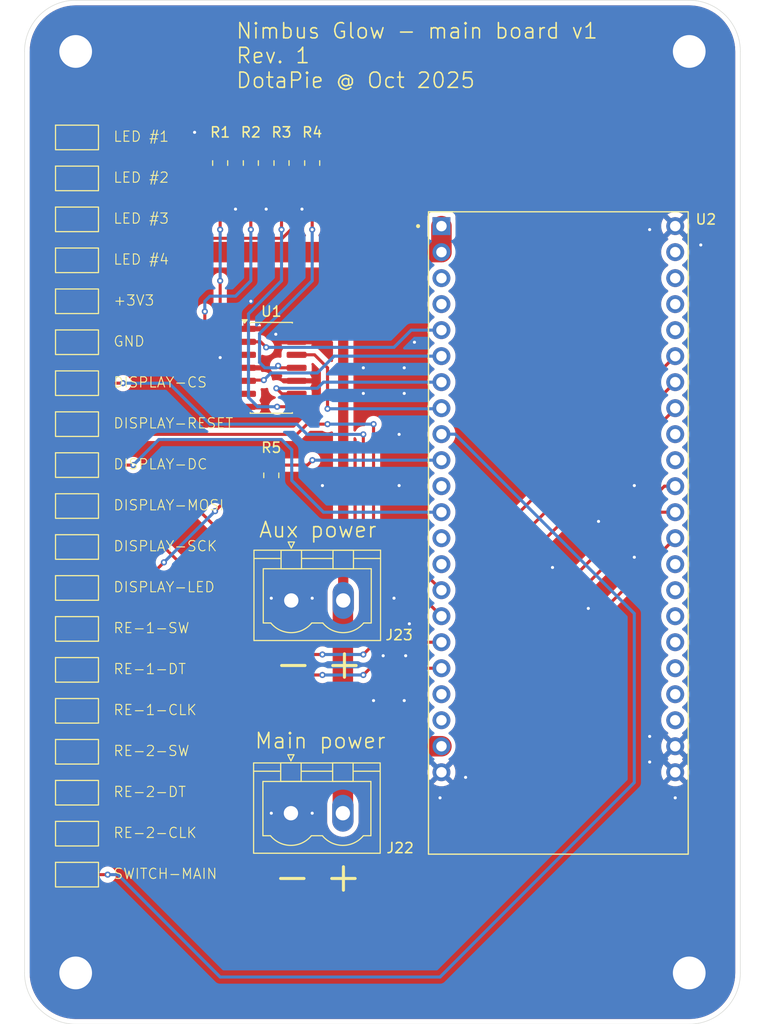
<source format=kicad_pcb>
(kicad_pcb (version 20241229) (generator "pcbnew") (generator_version "9.0")
  (title_block (title "Nimbus Glow - main board v1") (date "2025-10-24") (rev "1") (company "DotaPie"))
  (layers (0 "F.Cu" signal) (2 "B.Cu" signal) (13 "F.Paste" user) (15 "B.Paste" user) (5 "F.SilkS" user "F.Silkscreen") (7 "B.SilkS" user "B.Silkscreen") (1 "F.Mask" user) (3 "B.Mask" user) (25 "Edge.Cuts" user))
  (net 0 "")
  (net 1 "SWITCH-MAIN")
  (net 2 "GND")
  (net 3 "DISPLAY-DC")
  (net 4 "DISPLAY-SCK")
  (net 6 "+3V3")
  (net 8 "DISPLAY-LED")
  (net 12 "LED-SIGNAL-PREAMP-1")
  (net 13 "LED-SIGNAL-PREAMP-2")
  (net 14 "DISPLAY-CS")
  (net 15 "LED-SIGNAL-PREAMP-3")
  (net 16 "LED-SIGNAL-PREAMP-4")
  (net 18 "DISPLAY-MOSI")
  (net 20 "DISPLAY-RESET")
  (net 21 "+5V")
  (net 23 "RE-1-SW")
  (net 25 "RE-1-CLK")
  (net 26 "RE-2-CLK")
  (net 32 "RE-2-SW")
  (net 35 "RE-2-DT")
  (net 36 "RE-1-DT")
  (net 41 "Net-(J3-Pin_1)")
  (net 42 "Net-(J4-Pin_1)")
  (net 43 "Net-(J5-Pin_1)")
  (net 44 "Net-(J6-Pin_1)")
  (net 45 "LED-SIGNAL-POSTAMP-1")
  (net 46 "LED-SIGNAL-POSTAMP-2")
  (net 47 "LED-SIGNAL-POSTAMP-3")
  (net 48 "LED-SIGNAL-POSTAMP-4")
  (footprint "Resistor_SMD:R_0805_2012Metric_Pad1.20x1.40mm_HandSolder" (layer "F.Cu") (at 132.36 64.38 90)
    (property "Reference" "R2" (at 3 0 0) (layer "F.SilkS"))
    (property "Value" "470R")
    (pad "1" smd roundrect (at -1 0 90) (size 1.2 1.4) (layers "F.Cu" "F.Mask" "F.Paste") (roundrect_rratio 0.208333) (net 46 "LED-SIGNAL-POSTAMP-2"))
    (pad "2" smd roundrect (at 1 0 90) (size 1.2 1.4) (layers "F.Cu" "F.Mask" "F.Paste") (roundrect_rratio 0.208333) (net 42 "Net-(J4-Pin_1)"))
  )
  (footprint "TestPoint:TestPoint_Keystone_5019_Miniature" (layer "F.Cu") (at 115.36 81.88)
    (property "Reference" "J8" (hide yes))
    (property "Value" "Conn_01x01_Socket")
    (pad "1" smd roundrect (at 0 0) (size 3.8 2) (layers "F.Cu" "F.Mask" "F.Paste") (roundrect_rratio 0.125) (net 2 "GND"))
  )
  (footprint "TestPoint:TestPoint_Keystone_5019_Miniature" (layer "F.Cu") (at 115.36 89.88)
    (property "Reference" "J10" (hide yes))
    (property "Value" "Conn_01x01_Socket")
    (pad "1" smd roundrect (at 0 0) (size 3.8 2) (layers "F.Cu" "F.Mask" "F.Paste") (roundrect_rratio 0.125) (net 20 "DISPLAY-RESET"))
  )
  (footprint "TestPoint:TestPoint_Keystone_5019_Miniature" (layer "F.Cu") (at 115.36 105.88)
    (property "Reference" "J14" (hide yes))
    (property "Value" "Conn_01x01_Socket")
    (pad "1" smd roundrect (at 0 0) (size 3.8 2) (layers "F.Cu" "F.Mask" "F.Paste") (roundrect_rratio 0.125) (net 8 "DISPLAY-LED"))
  )
  (footprint "TestPoint:TestPoint_Keystone_5019_Miniature" (layer "F.Cu") (at 115.36 61.88)
    (property "Reference" "J3" (hide yes))
    (property "Value" "Conn_01x01_Socket")
    (pad "1" smd roundrect (at 0 0) (size 3.8 2) (layers "F.Cu" "F.Mask" "F.Paste") (roundrect_rratio 0.125) (net 41 "Net-(J3-Pin_1)"))
  )
  (footprint "TestPoint:TestPoint_Keystone_5019_Miniature" (layer "F.Cu") (at 115.36 121.88)
    (property "Reference" "J18" (hide yes))
    (property "Value" "Conn_01x01_Socket")
    (pad "1" smd roundrect (at 0 0) (size 3.8 2) (layers "F.Cu" "F.Mask" "F.Paste") (roundrect_rratio 0.125) (net 32 "RE-2-SW"))
  )
  (footprint "Package_SO:SO-14_3.9x8.65mm_P1.27mm" (layer "F.Cu") (at 134.36 84.38)
    (property "Reference" "U1" (at 0 -5.5 0) (layer "F.SilkS"))
    (property "Value" "SN74HCT125N")
    (pad "1" smd roundrect (at -2.475 -3.81) (size 1.95 0.6) (layers "F.Cu" "F.Mask" "F.Paste") (net 2 "GND"))
    (pad "2" smd roundrect (at -2.475 -2.54) (size 1.95 0.6) (layers "F.Cu" "F.Mask" "F.Paste") (net 12 "LED-SIGNAL-PREAMP-1"))
    (pad "3" smd roundrect (at -2.475 -1.27) (size 1.95 0.6) (layers "F.Cu" "F.Mask" "F.Paste") (net 45 "LED-SIGNAL-POSTAMP-1"))
    (pad "4" smd roundrect (at -2.475 0) (size 1.95 0.6) (layers "F.Cu" "F.Mask" "F.Paste") (net 2 "GND"))
    (pad "5" smd roundrect (at -2.475 1.27) (size 1.95 0.6) (layers "F.Cu" "F.Mask" "F.Paste") (net 13 "LED-SIGNAL-PREAMP-2"))
    (pad "6" smd roundrect (at -2.475 2.54) (size 1.95 0.6) (layers "F.Cu" "F.Mask" "F.Paste") (net 46 "LED-SIGNAL-POSTAMP-2"))
    (pad "7" smd roundrect (at -2.475 3.81) (size 1.95 0.6) (layers "F.Cu" "F.Mask" "F.Paste") (net 2 "GND"))
    (pad "8" smd roundrect (at 2.475 3.81) (size 1.95 0.6) (layers "F.Cu" "F.Mask" "F.Paste") (net 47 "LED-SIGNAL-POSTAMP-3"))
    (pad "9" smd roundrect (at 2.475 2.54) (size 1.95 0.6) (layers "F.Cu" "F.Mask" "F.Paste") (net 15 "LED-SIGNAL-PREAMP-3"))
    (pad "10" smd roundrect (at 2.475 1.27) (size 1.95 0.6) (layers "F.Cu" "F.Mask" "F.Paste") (net 2 "GND"))
    (pad "11" smd roundrect (at 2.475 0) (size 1.95 0.6) (layers "F.Cu" "F.Mask" "F.Paste") (net 48 "LED-SIGNAL-POSTAMP-4"))
    (pad "12" smd roundrect (at 2.475 -1.27) (size 1.95 0.6) (layers "F.Cu" "F.Mask" "F.Paste") (net 16 "LED-SIGNAL-PREAMP-4"))
    (pad "13" smd roundrect (at 2.475 -2.54) (size 1.95 0.6) (layers "F.Cu" "F.Mask" "F.Paste") (net 2 "GND"))
    (pad "14" smd roundrect (at 2.475 -3.81) (size 1.95 0.6) (layers "F.Cu" "F.Mask" "F.Paste") (net 21 "+5V"))
  )
  (footprint "MountingHole:MountingHole_3.2mm_M3_Pad_TopBottom" (layer "F.Cu") (at 115.23 143.48)
    (property "Reference" "H4" (hide yes))
    (property "Value" "MountingHole_Pad")
    (pad "1" thru_hole circle (at 0 0) (size 3.6 3.6) (drill 3.2) (layers "*.Cu" "*.Mask") (net 2 "GND"))
    (pad "1" connect circle (at 0 0) (size 6.4 6.4) (layers "F.Cu" "F.Mask") (net 2 "GND"))
    (pad "1" connect circle (at 0 0) (size 6.4 6.4) (layers "B.Cu" "B.Mask") (net 2 "GND"))
  )
  (footprint "TestPoint:TestPoint_Keystone_5019_Miniature" (layer "F.Cu") (at 115.36 101.88)
    (property "Reference" "J13" (hide yes))
    (property "Value" "Conn_01x01_Socket")
    (pad "1" smd roundrect (at 0 0) (size 3.8 2) (layers "F.Cu" "F.Mask" "F.Paste") (roundrect_rratio 0.125) (net 4 "DISPLAY-SCK"))
  )
  (footprint "TestPoint:TestPoint_Keystone_5019_Miniature" (layer "F.Cu") (at 115.36 73.88)
    (property "Reference" "J6" (hide yes))
    (property "Value" "Conn_01x01_Socket")
    (pad "1" smd roundrect (at 0 0) (size 3.8 2) (layers "F.Cu" "F.Mask" "F.Paste") (roundrect_rratio 0.125) (net 44 "Net-(J6-Pin_1)"))
  )
  (footprint "TestPoint:TestPoint_Keystone_5019_Miniature" (layer "F.Cu") (at 115.36 77.88)
    (property "Reference" "J7" (hide yes))
    (property "Value" "Conn_01x01_Socket")
    (pad "1" smd roundrect (at 0 0) (size 3.8 2) (layers "F.Cu" "F.Mask" "F.Paste") (roundrect_rratio 0.125) (net 6 "+3V3"))
  )
  (footprint "TestPoint:TestPoint_Keystone_5019_Miniature" (layer "F.Cu") (at 115.36 117.88)
    (property "Reference" "J17" (hide yes))
    (property "Value" "Conn_01x01_Socket")
    (pad "1" smd roundrect (at 0 0) (size 3.8 2) (layers "F.Cu" "F.Mask" "F.Paste") (roundrect_rratio 0.125) (net 25 "RE-1-CLK"))
  )
  (footprint "MountingHole:MountingHole_3.2mm_M3_Pad_TopBottom" (layer "F.Cu") (at 175.23 143.48)
    (property "Reference" "H3" (hide yes))
    (property "Value" "MountingHole_Pad")
    (pad "1" thru_hole circle (at 0 0) (size 3.6 3.6) (drill 3.2) (layers "*.Cu" "*.Mask") (net 2 "GND"))
    (pad "1" connect circle (at 0 0) (size 6.4 6.4) (layers "F.Cu" "F.Mask") (net 2 "GND"))
    (pad "1" connect circle (at 0 0) (size 6.4 6.4) (layers "B.Cu" "B.Mask") (net 2 "GND"))
  )
  (footprint "Resistor_SMD:R_0805_2012Metric_Pad1.20x1.40mm_HandSolder" (layer "F.Cu") (at 135.36 64.38 90)
    (property "Reference" "R3" (at 3 0 180) (layer "F.SilkS"))
    (property "Value" "470R")
    (pad "1" smd roundrect (at -1 0 90) (size 1.2 1.4) (layers "F.Cu" "F.Mask" "F.Paste") (roundrect_rratio 0.208333) (net 47 "LED-SIGNAL-POSTAMP-3"))
    (pad "2" smd roundrect (at 1 0 90) (size 1.2 1.4) (layers "F.Cu" "F.Mask" "F.Paste") (roundrect_rratio 0.208333) (net 43 "Net-(J5-Pin_1)"))
  )
  (footprint "TestPoint:TestPoint_Keystone_5019_Miniature" (layer "F.Cu") (at 115.36 69.88)
    (property "Reference" "J5" (hide yes))
    (property "Value" "Conn_01x01_Socket")
    (pad "1" smd roundrect (at 0 0) (size 3.8 2) (layers "F.Cu" "F.Mask" "F.Paste") (roundrect_rratio 0.125) (net 43 "Net-(J5-Pin_1)"))
  )
  (footprint "Connector_Phoenix_MSTB:PhoenixContact_MSTBVA_2,5_2-G-5,08_1x02_P5.08mm_Vertical" (layer "F.Cu") (at 136.315 107.1025)
    (property "Reference" "J23" (at 10.545 3.3775 0) (layer "F.SilkS"))
    (property "Value" "Conn_01x02_Socket")
    (pad "1" thru_hole roundrect (at 0 0) (size 2.08 3.6) (drill 1.4) (layers "*.Cu" "*.Mask") (roundrect_rratio 0.120192) (net 2 "GND"))
    (pad "2" thru_hole oval (at 5.08 0) (size 2.08 3.6) (drill 1.4) (layers "*.Cu" "*.Mask") (net 21 "+5V"))
  )
  (footprint "TestPoint:TestPoint_Keystone_5019_Miniature" (layer "F.Cu") (at 115.36 97.88)
    (property "Reference" "J12" (hide yes))
    (property "Value" "Conn_01x01_Socket")
    (pad "1" smd roundrect (at 0 0) (size 3.8 2) (layers "F.Cu" "F.Mask" "F.Paste") (roundrect_rratio 0.125) (net 18 "DISPLAY-MOSI"))
  )
  (footprint "TestPoint:TestPoint_Keystone_5019_Miniature" (layer "F.Cu") (at 115.36 125.88)
    (property "Reference" "J19" (hide yes))
    (property "Value" "Conn_01x01_Socket")
    (pad "1" smd roundrect (at 0 0) (size 3.8 2) (layers "F.Cu" "F.Mask" "F.Paste") (roundrect_rratio 0.125) (net 35 "RE-2-DT"))
  )
  (footprint "TestPoint:TestPoint_Keystone_5019_Miniature" (layer "F.Cu") (at 115.36 65.88)
    (property "Reference" "J4" (hide yes))
    (property "Value" "Conn_01x01_Socket")
    (pad "1" smd roundrect (at 0 0) (size 3.8 2) (layers "F.Cu" "F.Mask" "F.Paste") (roundrect_rratio 0.125) (net 42 "Net-(J4-Pin_1)"))
  )
  (footprint "MountingHole:MountingHole_3.2mm_M3_Pad_TopBottom" (layer "F.Cu") (at 175.23 53.48)
    (property "Reference" "H1" (hide yes))
    (property "Value" "MountingHole_Pad")
    (pad "1" thru_hole circle (at 0 0) (size 3.6 3.6) (drill 3.2) (layers "*.Cu" "*.Mask") (net 2 "GND"))
    (pad "1" connect circle (at 0 0) (size 6.4 6.4) (layers "F.Cu" "F.Mask") (net 2 "GND"))
    (pad "1" connect circle (at 0 0) (size 6.4 6.4) (layers "B.Cu" "B.Mask") (net 2 "GND"))
  )
  (footprint "TestPoint:TestPoint_Keystone_5019_Miniature" (layer "F.Cu") (at 115.36 109.88)
    (property "Reference" "J15" (hide yes))
    (property "Value" "Conn_01x01_Socket")
    (pad "1" smd roundrect (at 0 0) (size 3.8 2) (layers "F.Cu" "F.Mask" "F.Paste") (roundrect_rratio 0.125) (net 23 "RE-1-SW"))
  )
  (footprint "TestPoint:TestPoint_Keystone_5019_Miniature" (layer "F.Cu") (at 115.36 113.88)
    (property "Reference" "J16" (hide yes))
    (property "Value" "Conn_01x01_Socket")
    (pad "1" smd roundrect (at 0 0) (size 3.8 2) (layers "F.Cu" "F.Mask" "F.Paste") (roundrect_rratio 0.125) (net 36 "RE-1-DT"))
  )
  (footprint "Resistor_SMD:R_0805_2012Metric_Pad1.20x1.40mm_HandSolder" (layer "F.Cu") (at 129.36 64.38 90)
    (property "Reference" "R1" (at 3 0 0) (layer "F.SilkS"))
    (property "Value" "10R")
    (pad "1" smd roundrect (at -1 0 90) (size 1.2 1.4) (layers "F.Cu" "F.Mask" "F.Paste") (roundrect_rratio 0.208333) (net 45 "LED-SIGNAL-POSTAMP-1"))
    (pad "2" smd roundrect (at 1 0 90) (size 1.2 1.4) (layers "F.Cu" "F.Mask" "F.Paste") (roundrect_rratio 0.208333) (net 41 "Net-(J3-Pin_1)"))
  )
  (footprint "Resistor_SMD:R_0805_2012Metric_Pad1.20x1.40mm_HandSolder" (layer "F.Cu") (at 134.36 94.88 90)
    (property "Reference" "R5" (at 2.7 0 180) (layer "F.SilkS"))
    (property "Value" "10K")
    (pad "1" smd roundrect (at -1 0 90) (size 1.2 1.4) (layers "F.Cu" "F.Mask" "F.Paste") (roundrect_rratio 0.208333) (net 2 "GND"))
    (pad "2" smd roundrect (at 1 0 90) (size 1.2 1.4) (layers "F.Cu" "F.Mask" "F.Paste") (roundrect_rratio 0.208333) (net 8 "DISPLAY-LED"))
  )
  (footprint "Resistor_SMD:R_0805_2012Metric_Pad1.20x1.40mm_HandSolder" (layer "F.Cu") (at 138.36 64.38 90)
    (property "Reference" "R4" (at 3 0 0) (layer "F.SilkS"))
    (property "Value" "470R")
    (pad "1" smd roundrect (at -1 0 90) (size 1.2 1.4) (layers "F.Cu" "F.Mask" "F.Paste") (roundrect_rratio 0.208333) (net 48 "LED-SIGNAL-POSTAMP-4"))
    (pad "2" smd roundrect (at 1 0 90) (size 1.2 1.4) (layers "F.Cu" "F.Mask" "F.Paste") (roundrect_rratio 0.208333) (net 44 "Net-(J6-Pin_1)"))
  )
  (footprint "TestPoint:TestPoint_Keystone_5019_Miniature" (layer "F.Cu") (at 115.36 129.88)
    (property "Reference" "J20" (hide yes))
    (property "Value" "Conn_01x01_Socket")
    (pad "1" smd roundrect (at 0 0) (size 3.8 2) (layers "F.Cu" "F.Mask" "F.Paste") (roundrect_rratio 0.125) (net 26 "RE-2-CLK"))
  )
  (footprint "TestPoint:TestPoint_Keystone_5019_Miniature" (layer "F.Cu") (at 115.36 93.88)
    (property "Reference" "J11" (hide yes))
    (property "Value" "Conn_01x01_Socket")
    (pad "1" smd roundrect (at 0 0) (size 3.8 2) (layers "F.Cu" "F.Mask" "F.Paste") (roundrect_rratio 0.125) (net 3 "DISPLAY-DC"))
  )
  (footprint "MountingHole:MountingHole_3.2mm_M3_Pad_TopBottom" (layer "F.Cu") (at 115.23 53.48)
    (property "Reference" "H2" (hide yes))
    (property "Value" "MountingHole_Pad")
    (pad "1" thru_hole circle (at 0 0) (size 3.6 3.6) (drill 3.2) (layers "*.Cu" "*.Mask") (net 2 "GND"))
    (pad "1" connect circle (at 0 0) (size 6.4 6.4) (layers "F.Cu" "F.Mask") (net 2 "GND"))
    (pad "1" connect circle (at 0 0) (size 6.4 6.4) (layers "B.Cu" "B.Mask") (net 2 "GND"))
  )
  (footprint "TestPoint:TestPoint_Keystone_5019_Miniature" (layer "F.Cu") (at 115.36 85.88)
    (property "Reference" "J9" (hide yes))
    (property "Value" "Conn_01x01_Socket")
    (pad "1" smd roundrect (at 0 0) (size 3.8 2) (layers "F.Cu" "F.Mask" "F.Paste") (roundrect_rratio 0.125) (net 14 "DISPLAY-CS"))
  )
  (footprint "KiCAD-DotaPie-footprints:XCVR_ESP32-S3-DEVKITC-1-N8R2" (layer "F.Cu") (at 162.43 100.51)
    (property "Reference" "U2" (at 14.43 -30.63 0) (layer "F.SilkS"))
    (property "Value" "ESP32-S3-DEVKITC-1-N8R2")
    (pad "J1_1" thru_hole rect (at -11.43 -29.97) (size 1.75 1.75) (drill 1.02) (layers "*.Cu" "*.Mask") (net 6 "+3V3"))
    (pad "J1_2" thru_hole circle (at -11.43 -27.43) (size 1.75 1.75) (drill 1.02) (layers "*.Cu" "*.Mask") (net 6 "+3V3"))
    (pad "J1_3" thru_hole circle (at -11.43 -24.89) (size 1.75 1.75) (drill 1.02) (layers "*.Cu" "*.Mask"))
    (pad "J1_4" thru_hole circle (at -11.43 -22.35) (size 1.75 1.75) (drill 1.02) (layers "*.Cu" "*.Mask"))
    (pad "J1_5" thru_hole circle (at -11.43 -19.81) (size 1.75 1.75) (drill 1.02) (layers "*.Cu" "*.Mask") (net 12 "LED-SIGNAL-PREAMP-1"))
    (pad "J1_6" thru_hole circle (at -11.43 -17.27) (size 1.75 1.75) (drill 1.02) (layers "*.Cu" "*.Mask") (net 13 "LED-SIGNAL-PREAMP-2"))
    (pad "J1_7" thru_hole circle (at -11.43 -14.73) (size 1.75 1.75) (drill 1.02) (layers "*.Cu" "*.Mask") (net 15 "LED-SIGNAL-PREAMP-3"))
    (pad "J1_8" thru_hole circle (at -11.43 -12.19) (size 1.75 1.75) (drill 1.02) (layers "*.Cu" "*.Mask") (net 16 "LED-SIGNAL-PREAMP-4"))
    (pad "J1_9" thru_hole circle (at -11.43 -9.65) (size 1.75 1.75) (drill 1.02) (layers "*.Cu" "*.Mask") (net 1 "SWITCH-MAIN"))
    (pad "J1_10" thru_hole circle (at -11.43 -7.11) (size 1.75 1.75) (drill 1.02) (layers "*.Cu" "*.Mask") (net 8 "DISPLAY-LED"))
    (pad "J1_11" thru_hole circle (at -11.43 -4.57) (size 1.75 1.75) (drill 1.02) (layers "*.Cu" "*.Mask"))
    (pad "J1_12" thru_hole circle (at -11.43 -2.03) (size 1.75 1.75) (drill 1.02) (layers "*.Cu" "*.Mask") (net 3 "DISPLAY-DC"))
    (pad "J1_13" thru_hole circle (at -11.43 0.51) (size 1.75 1.75) (drill 1.02) (layers "*.Cu" "*.Mask"))
    (pad "J1_14" thru_hole circle (at -11.43 3.05) (size 1.75 1.75) (drill 1.02) (layers "*.Cu" "*.Mask"))
    (pad "J1_15" thru_hole circle (at -11.43 5.59) (size 1.75 1.75) (drill 1.02) (layers "*.Cu" "*.Mask") (net 20 "DISPLAY-RESET"))
    (pad "J1_16" thru_hole circle (at -11.43 8.13) (size 1.75 1.75) (drill 1.02) (layers "*.Cu" "*.Mask") (net 14 "DISPLAY-CS"))
    (pad "J1_17" thru_hole circle (at -11.43 10.67) (size 1.75 1.75) (drill 1.02) (layers "*.Cu" "*.Mask") (net 18 "DISPLAY-MOSI"))
    (pad "J1_18" thru_hole circle (at -11.43 13.21) (size 1.75 1.75) (drill 1.02) (layers "*.Cu" "*.Mask") (net 4 "DISPLAY-SCK"))
    (pad "J1_19" thru_hole circle (at -11.43 15.75) (size 1.75 1.75) (drill 1.02) (layers "*.Cu" "*.Mask"))
    (pad "J1_20" thru_hole circle (at -11.43 18.29) (size 1.75 1.75) (drill 1.02) (layers "*.Cu" "*.Mask"))
    (pad "J1_21" thru_hole circle (at -11.43 20.83) (size 1.75 1.75) (drill 1.02) (layers "*.Cu" "*.Mask") (net 21 "+5V"))
    (pad "J1_22" thru_hole circle (at -11.43 23.37) (size 1.75 1.75) (drill 1.02) (layers "*.Cu" "*.Mask") (net 2 "GND"))
    (pad "J3_1" thru_hole circle (at 11.43 -29.97) (size 1.75 1.75) (drill 1.02) (layers "*.Cu" "*.Mask") (net 2 "GND"))
    (pad "J3_2" thru_hole circle (at 11.43 -27.43) (size 1.75 1.75) (drill 1.02) (layers "*.Cu" "*.Mask"))
    (pad "J3_3" thru_hole circle (at 11.43 -24.89) (size 1.75 1.75) (drill 1.02) (layers "*.Cu" "*.Mask"))
    (pad "J3_4" thru_hole circle (at 11.43 -22.35) (size 1.75 1.75) (drill 1.02) (layers "*.Cu" "*.Mask"))
    (pad "J3_5" thru_hole circle (at 11.43 -19.81) (size 1.75 1.75) (drill 1.02) (layers "*.Cu" "*.Mask"))
    (pad "J3_6" thru_hole circle (at 11.43 -17.27) (size 1.75 1.75) (drill 1.02) (layers "*.Cu" "*.Mask") (net 23 "RE-1-SW"))
    (pad "J3_7" thru_hole circle (at 11.43 -14.73) (size 1.75 1.75) (drill 1.02) (layers "*.Cu" "*.Mask") (net 36 "RE-1-DT"))
    (pad "J3_8" thru_hole circle (at 11.43 -12.19) (size 1.75 1.75) (drill 1.02) (layers "*.Cu" "*.Mask") (net 25 "RE-1-CLK"))
    (pad "J3_9" thru_hole circle (at 11.43 -9.65) (size 1.75 1.75) (drill 1.02) (layers "*.Cu" "*.Mask"))
    (pad "J3_10" thru_hole circle (at 11.43 -7.11) (size 1.75 1.75) (drill 1.02) (layers "*.Cu" "*.Mask"))
    (pad "J3_11" thru_hole circle (at 11.43 -4.57) (size 1.75 1.75) (drill 1.02) (layers "*.Cu" "*.Mask") (net 32 "RE-2-SW"))
    (pad "J3_12" thru_hole circle (at 11.43 -2.03) (size 1.75 1.75) (drill 1.02) (layers "*.Cu" "*.Mask") (net 35 "RE-2-DT"))
    (pad "J3_13" thru_hole circle (at 11.43 0.51) (size 1.75 1.75) (drill 1.02) (layers "*.Cu" "*.Mask") (net 26 "RE-2-CLK"))
    (pad "J3_14" thru_hole circle (at 11.43 3.05) (size 1.75 1.75) (drill 1.02) (layers "*.Cu" "*.Mask"))
    (pad "J3_15" thru_hole circle (at 11.43 5.59) (size 1.75 1.75) (drill 1.02) (layers "*.Cu" "*.Mask"))
    (pad "J3_16" thru_hole circle (at 11.43 8.13) (size 1.75 1.75) (drill 1.02) (layers "*.Cu" "*.Mask"))
    (pad "J3_17" thru_hole circle (at 11.43 10.67) (size 1.75 1.75) (drill 1.02) (layers "*.Cu" "*.Mask"))
    (pad "J3_18" thru_hole circle (at 11.43 13.21) (size 1.75 1.75) (drill 1.02) (layers "*.Cu" "*.Mask"))
    (pad "J3_19" thru_hole circle (at 11.43 15.75) (size 1.75 1.75) (drill 1.02) (layers "*.Cu" "*.Mask"))
    (pad "J3_20" thru_hole circle (at 11.43 18.29) (size 1.75 1.75) (drill 1.02) (layers "*.Cu" "*.Mask"))
    (pad "J3_21" thru_hole circle (at 11.43 20.83) (size 1.75 1.75) (drill 1.02) (layers "*.Cu" "*.Mask") (net 2 "GND"))
    (pad "J3_22" thru_hole circle (at 11.43 23.37) (size 1.75 1.75) (drill 1.02) (layers "*.Cu" "*.Mask") (net 2 "GND"))
  )
  (footprint "TestPoint:TestPoint_Keystone_5019_Miniature" (layer "F.Cu") (at 115.36 133.88)
    (property "Reference" "J21" (hide yes))
    (property "Value" "Conn_01x01_Socket")
    (pad "1" smd roundrect (at 0 0) (size 3.8 2) (layers "F.Cu" "F.Mask" "F.Paste") (roundrect_rratio 0.125) (net 1 "SWITCH-MAIN"))
  )
  (footprint "Connector_Phoenix_MSTB:PhoenixContact_MSTBVA_2,5_2-G-5,08_1x02_P5.08mm_Vertical" (layer "F.Cu") (at 136.28 127.88)
    (property "Reference" "J22" (at 10.68 3.4 0) (layer "F.SilkS"))
    (property "Value" "Conn_01x02_Socket")
    (pad "1" thru_hole roundrect (at 0 0) (size 2.08 3.6) (drill 1.4) (layers "*.Cu" "*.Mask") (roundrect_rratio 0.120192) (net 2 "GND"))
    (pad "2" thru_hole oval (at 5.08 0) (size 2.08 3.6) (drill 1.4) (layers "*.Cu" "*.Mask") (net 21 "+5V"))
  )
  (gr_line (start 115.23 48.48) (end 175.23 48.48) (stroke (width 0.05)) (layer "Edge.Cuts"))
  (gr_arc (start 110.23 53.48) (mid 111.694466 49.944466) (end 115.23 48.48) (stroke (width 0.05)) (layer "Edge.Cuts"))
  (gr_arc (start 180.23 143.48) (mid 178.765534 147.015534) (end 175.23 148.48) (stroke (width 0.05)) (layer "Edge.Cuts"))
  (gr_line (start 110.23 143.48) (end 110.23 53.48) (stroke (width 0.05)) (layer "Edge.Cuts"))
  (gr_arc (start 175.23 48.48) (mid 178.765534 49.944466) (end 180.23 53.48) (stroke (width 0.05)) (layer "Edge.Cuts"))
  (gr_line (start 175.23 148.48) (end 115.23 148.48) (stroke (width 0.05)) (layer "Edge.Cuts"))
  (gr_line (start 180.23 53.48) (end 180.23 143.48) (stroke (width 0.05)) (layer "Edge.Cuts"))
  (gr_arc (start 115.23 148.48) (mid 111.694466 147.015534) (end 110.23 143.48) (stroke (width 0.05)) (layer "Edge.Cuts"))
  (gr_text "GND" (at 118.86 82.38 0) (layer "F.SilkS") (effects (font (size 1 1) (thickness 0.1)) (justify left bottom)))
  (gr_text "RE-2-DT" (at 118.86 126.38 0) (layer "F.SilkS") (effects (font (size 1 1) (thickness 0.1)) (justify left bottom)))
  (gr_text "SWITCH-MAIN" (at 118.86 134.38 0) (layer "F.SilkS") (effects (font (size 1 1) (thickness 0.1)) (justify left bottom)))
  (gr_text "Aux power" (at 133.06 101.08 0) (layer "F.SilkS") (effects (font (size 1.5 1.5)) (justify left bottom)))
  (gr_text "DISPLAY-SCK" (at 118.86 102.38 0) (layer "F.SilkS") (effects (font (size 1 1) (thickness 0.1)) (justify left bottom)))
  (gr_text "DISPLAY-DC" (at 118.86 94.38 0) (layer "F.SilkS") (effects (font (size 1 1) (thickness 0.1)) (justify left bottom)))
  (gr_text "DISPLAY-RESET" (at 118.86 90.38 0) (layer "F.SilkS") (effects (font (size 1 1) (thickness 0.1)) (justify left bottom)))
  (gr_text "LED #2" (at 118.86 66.38 0) (layer "F.SilkS") (effects (font (size 1 1) (thickness 0.1)) (justify left bottom)))
  (gr_text "LED #1" (at 118.86 62.38 0) (layer "F.SilkS") (effects (font (size 1 1) (thickness 0.1)) (justify left bottom)))
  (gr_text "+3V3" (at 118.86 78.38 0) (layer "F.SilkS") (effects (font (size 1 1) (thickness 0.1)) (justify left bottom)))
  (gr_text "RE-2-SW" (at 118.86 122.38 0) (layer "F.SilkS") (effects (font (size 1 1) (thickness 0.1)) (justify left bottom)))
  (gr_text "RE-1-CLK" (at 118.86 118.38 0) (layer "F.SilkS") (effects (font (size 1 1) (thickness 0.1)) (justify left bottom)))
  (gr_text "+" (at 139.36 135.78 0) (layer "F.SilkS") (effects (font (size 3 3) (thickness 0.3)) (justify left bottom)))
  (gr_text "Main power" (at 132.66 121.68 0) (layer "F.SilkS") (effects (font (size 1.5 1.5)) (justify left bottom)))
  (gr_text "RE-1-SW" (at 118.86 110.38 0) (layer "F.SilkS") (effects (font (size 1 1) (thickness 0.1)) (justify left bottom)))
  (gr_text "RE-2-CLK" (at 118.86 130.38 0) (layer "F.SilkS") (effects (font (size 1 1) (thickness 0.1)) (justify left bottom)))
  (gr_text "LED #4" (at 118.86 74.38 0) (layer "F.SilkS") (effects (font (size 1 1) (thickness 0.1)) (justify left bottom)))
  (gr_text "-" (at 134.36 135.78 0) (layer "F.SilkS") (effects (font (size 3 3) (thickness 0.3)) (justify left bottom)))
  (gr_text "+" (at 139.46 114.98 0) (layer "F.SilkS") (effects (font (size 3 3) (thickness 0.3)) (justify left bottom)))
  (gr_text "DISPLAY-MOSI" (at 118.86 98.38 0) (layer "F.SilkS") (effects (font (size 1 1) (thickness 0.1)) (justify left bottom)))
  (gr_text "-" (at 134.46 114.98 0) (layer "F.SilkS") (effects (font (size 3 3) (thickness 0.3)) (justify left bottom)))
  (gr_text "RE-1-DT" (at 118.86 114.38 0) (layer "F.SilkS") (effects (font (size 1 1) (thickness 0.1)) (justify left bottom)))
  (gr_text "Nimbus Glow - main board v1\nRev. 1\nDotaPie @ Oct 2025" (at 130.83 57.18 0) (layer "F.SilkS") (effects (font (size 1.5 1.5)) (justify left bottom)))
  (gr_text "LED #3" (at 118.86 70.38 0) (layer "F.SilkS") (effects (font (size 1 1) (thickness 0.1)) (justify left bottom)))
  (gr_text "DISPLAY-CS" (at 118.86 86.38 0) (layer "F.SilkS") (effects (font (size 1 1) (thickness 0.1)) (justify left bottom)))
  (gr_text "DISPLAY-LED" (at 118.86 106.38 0) (layer "F.SilkS") (effects (font (size 1 1) (thickness 0.1)) (justify left bottom)))
  (segment (start 118.36 133.88) (end 115.36 133.88) (width 0.3) (layer "F.Cu") (net 1))
  (via (at 118.36 133.88) (size 0.6) (drill 0.3) (layers "F.Cu" "B.Cu") (net 1))
  (segment (start 129.36 143.88) (end 122.36 136.88) (width 0.3) (layer "B.Cu") (net 1))
  (segment (start 151.36 143.38) (end 150.86 143.88) (width 0.3) (layer "B.Cu") (net 1))
  (segment (start 150.86 143.88) (end 129.36 143.88) (width 0.3) (layer "B.Cu") (net 1))
  (segment (start 119.36 133.88) (end 118.36 133.88) (width 0.3) (layer "B.Cu") (net 1))
  (segment (start 122.36 136.88) (end 119.36 133.88) (width 0.3) (layer "B.Cu") (net 1))
  (segment (start 169.86 124.88) (end 151.36 143.38) (width 0.3) (layer "B.Cu") (net 1))
  (segment (start 152.34 90.86) (end 169.86 108.38) (width 0.3) (layer "B.Cu") (net 1))
  (segment (start 151 90.86) (end 152.34 90.86) (width 0.3) (layer "B.Cu") (net 1))
  (segment (start 169.86 108.38) (end 169.86 124.88) (width 0.3) (layer "B.Cu") (net 1))
  (via (at 173.86 126.38) (size 0.6) (drill 0.3) (layers "F.Cu" "B.Cu") (net 2))
  (via (at 133.86 68.88) (size 0.6) (drill 0.3) (layers "F.Cu" "B.Cu") (net 2))
  (via (at 130.86 68.88) (size 0.6) (drill 0.3) (layers "F.Cu" "B.Cu") (net 2))
  (via (at 171.36 122.88) (size 0.6) (drill 0.3) (layers "F.Cu" "B.Cu") (net 2))
  (via (at 143.36 86.88) (size 0.6) (drill 0.3) (layers "F.Cu" "B.Cu") (net 2))
  (via (at 134.36 127.88) (size 0.6) (drill 0.3) (layers "F.Cu" "B.Cu") (net 2))
  (via (at 150.86 126.38) (size 0.6) (drill 0.3) (layers "F.Cu" "B.Cu") (net 2))
  (via (at 161.86 103.88) (size 0.6) (drill 0.3) (layers "F.Cu" "B.Cu") (net 2))
  (via (at 129.36 83.38) (size 0.6) (drill 0.3) (layers "F.Cu" "B.Cu") (net 2))
  (via (at 153.36 124.38) (size 0.6) (drill 0.3) (layers "F.Cu" "B.Cu") (net 2))
  (via (at 126.86 61.38) (size 0.6) (drill 0.3) (layers "F.Cu" "B.Cu") (net 2))
  (via (at 146.36 106.88) (size 0.6) (drill 0.3) (layers "F.Cu" "B.Cu") (net 2))
  (via (at 137.36 68.88) (size 0.6) (drill 0.3) (layers "F.Cu" "B.Cu") (net 2))
  (via (at 132.36 77.88) (size 0.6) (drill 0.3) (layers "F.Cu" "B.Cu") (net 2))
  (via (at 169.86 95.88) (size 0.6) (drill 0.3) (layers "F.Cu" "B.Cu") (net 2))
  (via (at 171.36 70.88) (size 0.6) (drill 0.3) (layers "F.Cu" "B.Cu") (net 2))
  (via (at 147.36 84.38) (size 0.6) (drill 0.3) (layers "F.Cu" "B.Cu") (net 2))
  (via (at 147.36 116.88) (size 0.6) (drill 0.3) (layers "F.Cu" "B.Cu") (net 2))
  (via (at 146.86 95.88) (size 0.6) (drill 0.3) (layers "F.Cu" "B.Cu") (net 2))
  (via (at 146.86 90.88) (size 0.6) (drill 0.3) (layers "F.Cu" "B.Cu") (net 2))
  (via (at 134.36 106.88) (size 0.6) (drill 0.3) (layers "F.Cu" "B.Cu") (net 2))
  (via (at 165.36 107.88) (size 0.6) (drill 0.3) (layers "F.Cu" "B.Cu") (net 2))
  (via (at 134.8 81.1) (size 0.6) (drill 0.3) (layers "F.Cu" "B.Cu") (net 2))
  (via (at 143.36 84.38) (size 0.6) (drill 0.3) (layers "F.Cu" "B.Cu") (net 2))
  (via (at 147.36 86.88) (size 0.6) (drill 0.3) (layers "F.Cu" "B.Cu") (net 2))
  (via (at 169.86 102.88) (size 0.6) (drill 0.3) (layers "F.Cu" "B.Cu") (net 2))
  (via (at 139.36 95.88) (size 0.6) (drill 0.3) (layers "F.Cu" "B.Cu") (net 2))
  (via (at 144.36 116.88) (size 0.6) (drill 0.3) (layers "F.Cu" "B.Cu") (net 2))
  (via (at 171.36 120.38) (size 0.6) (drill 0.3) (layers "F.Cu" "B.Cu") (net 2))
  (via (at 147.86 109.38) (size 0.6) (drill 0.3) (layers "F.Cu" "B.Cu") (net 2))
  (via (at 166.36 99.38) (size 0.6) (drill 0.3) (layers "F.Cu" "B.Cu") (net 2))
  (via (at 176.36 72.38) (size 0.6) (drill 0.3) (layers "F.Cu" "B.Cu") (net 2))
  (via (at 148.36 81.88) (size 0.6) (drill 0.3) (layers "F.Cu" "B.Cu") (net 2))
  (via (at 145.3 112.5) (size 0.6) (drill 0.3) (layers "F.Cu" "B.Cu") (net 2))
  (via (at 147.5 112.5) (size 0.6) (drill 0.3) (layers "F.Cu" "B.Cu") (net 2))
  (via (at 138.36 127.88) (size 0.6) (drill 0.3) (layers "F.Cu" "B.Cu") (net 2))
  (via (at 138.36 106.88) (size 0.6) (drill 0.3) (layers "F.Cu" "B.Cu") (net 2))
  (segment (start 120.86 93.88) (end 115.36 93.88) (width 0.3) (layer "F.Cu") (net 3))
  (via (at 120.86 93.88) (size 0.6) (drill 0.3) (layers "F.Cu" "B.Cu") (net 3))
  (segment (start 123.86 91.38) (end 123.36 91.38) (width 0.3) (layer "B.Cu") (net 3))
  (segment (start 123.36 91.38) (end 120.86 93.88) (width 0.3) (layer "B.Cu") (net 3))
  (segment (start 151 98.48) (end 139.46 98.48) (width 0.3) (layer "B.Cu") (net 3))
  (segment (start 136.36 92.38) (end 135.36 91.38) (width 0.3) (layer "B.Cu") (net 3))
  (segment (start 136.36 95.38) (end 136.36 92.88) (width 0.3) (layer "B.Cu") (net 3))
  (segment (start 135.36 91.38) (end 123.86 91.38) (width 0.3) (layer "B.Cu") (net 3))
  (segment (start 139.46 98.48) (end 137.36 96.38) (width 0.3) (layer "B.Cu") (net 3))
  (segment (start 136.36 92.88) (end 136.36 92.38) (width 0.3) (layer "B.Cu") (net 3))
  (segment (start 137.36 96.38) (end 136.36 95.38) (width 0.3) (layer "B.Cu") (net 3))
  (segment (start 123.86 101.88) (end 115.36 101.88) (width 0.3) (layer "F.Cu") (net 4))
  (segment (start 151 113.72) (end 144.02 113.72) (width 0.3) (layer "F.Cu") (net 4))
  (segment (start 139.36 114.38) (end 136.36 114.38) (width 0.3) (layer "F.Cu") (net 4))
  (segment (start 144.02 113.72) (end 143.36 114.38) (width 0.3) (layer "F.Cu") (net 4))
  (segment (start 136.36 114.38) (end 123.86 101.88) (width 0.3) (layer "F.Cu") (net 4))
  (via (at 139.36 114.38) (size 0.6) (drill 0.3) (layers "F.Cu" "B.Cu") (net 4))
  (via (at 143.36 114.38) (size 0.6) (drill 0.3) (layers "F.Cu" "B.Cu") (net 4))
  (segment (start 143.36 114.38) (end 139.36 114.38) (width 0.3) (layer "B.Cu") (net 4))
  (segment (start 151 70.54) (end 151 73.08) (width 2) (layer "F.Cu") (net 6))
  (segment (start 126.66 73.08) (end 121.86 77.88) (width 2) (layer "F.Cu") (net 6))
  (segment (start 151 73.08) (end 126.66 73.08) (width 2) (layer "F.Cu") (net 6))
  (segment (start 121.86 77.88) (end 115.36 77.88) (width 2) (layer "F.Cu") (net 6))
  (segment (start 133.36 93.88) (end 128.86 98.38) (width 0.3) (layer "F.Cu") (net 8))
  (segment (start 121.36 105.88) (end 115.36 105.88) (width 0.3) (layer "F.Cu") (net 8))
  (segment (start 134.36 93.88) (end 133.36 93.88) (width 0.3) (layer "F.Cu") (net 8))
  (segment (start 123.86 103.38) (end 121.36 105.88) (width 0.3) (layer "F.Cu") (net 8))
  (segment (start 138.38 93.4) (end 137.9 93.88) (width 0.3) (layer "F.Cu") (net 8))
  (segment (start 137.9 93.88) (end 134.36 93.88) (width 0.3) (layer "F.Cu") (net 8))
  (via (at 138.38 93.4) (size 0.6) (drill 0.3) (layers "F.Cu" "B.Cu") (net 8))
  (via (at 128.86 98.38) (size 0.6) (drill 0.3) (layers "F.Cu" "B.Cu") (net 8))
  (via (at 123.86 103.38) (size 0.6) (drill 0.3) (layers "F.Cu" "B.Cu") (net 8))
  (segment (start 138.36 93.38) (end 138.38 93.4) (width 0.3) (layer "B.Cu") (net 8))
  (segment (start 128.86 98.38) (end 123.86 103.38) (width 0.3) (layer "B.Cu") (net 8))
  (segment (start 151 93.4) (end 138.38 93.4) (width 0.3) (layer "B.Cu") (net 8))
  (segment (start 133.32 81.84) (end 133.86 82.38) (width 0.3) (layer "F.Cu") (net 12))
  (segment (start 131.885 81.84) (end 133.32 81.84) (width 0.3) (layer "F.Cu") (net 12))
  (via (at 133.86 82.38) (size 0.6) (drill 0.3) (layers "F.Cu" "B.Cu") (net 12))
  (segment (start 148.04 80.7) (end 146.36 82.38) (width 0.3) (layer "B.Cu") (net 12))
  (segment (start 146.36 82.38) (end 133.86 82.38) (width 0.3) (layer "B.Cu") (net 12))
  (segment (start 151 80.7) (end 148.04 80.7) (width 0.3) (layer "B.Cu") (net 12))
  (segment (start 133.63 85.58) (end 131.955 85.58) (width 0.3) (layer "F.Cu") (net 13))
  (segment (start 131.955 85.58) (end 131.885 85.65) (width 0.3) (layer "F.Cu") (net 13))
  (via (at 133.63 85.58) (size 0.6) (drill 0.3) (layers "F.Cu" "B.Cu") (net 13))
  (segment (start 134.33 84.88) (end 133.63 85.58) (width 0.3) (layer "B.Cu") (net 13))
  (segment (start 151 83.24) (end 140.5 83.24) (width 0.3) (layer "B.Cu") (net 13))
  (segment (start 140.5 83.24) (end 138.86 84.88) (width 0.3) (layer "B.Cu") (net 13))
  (segment (start 138.86 84.88) (end 134.33 84.88) (width 0.3) (layer "B.Cu") (net 13))
  (segment (start 119.86 85.88) (end 115.36 85.88) (width 0.3) (layer "F.Cu") (net 14))
  (segment (start 143.36 101) (end 143.36 90.88) (width 0.3) (layer "F.Cu") (net 14))
  (segment (start 151 108.64) (end 143.36 101) (width 0.3) (layer "F.Cu") (net 14))
  (via (at 119.86 85.88) (size 0.6) (drill 0.3) (layers "F.Cu" "B.Cu") (net 14))
  (via (at 143.36 90.88) (size 0.6) (drill 0.3) (layers "F.Cu" "B.Cu") (net 14))
  (segment (start 127.86 89.38) (end 124.36 85.88) (width 0.3) (layer "B.Cu") (net 14))
  (segment (start 143.36 90.88) (end 137.86 90.88) (width 0.3) (layer "B.Cu") (net 14))
  (segment (start 136.86 89.88) (end 128.36 89.88) (width 0.3) (layer "B.Cu") (net 14))
  (segment (start 124.36 85.88) (end 119.86 85.88) (width 0.3) (layer "B.Cu") (net 14))
  (segment (start 137.86 90.88) (end 136.86 89.88) (width 0.3) (layer "B.Cu") (net 14))
  (segment (start 128.36 89.88) (end 127.86 89.38) (width 0.3) (layer "B.Cu") (net 14))
  (segment (start 135.4 86.92) (end 134.86 86.38) (width 0.3) (layer "F.Cu") (net 15))
  (segment (start 136.835 86.92) (end 135.4 86.92) (width 0.3) (layer "F.Cu") (net 15))
  (via (at 134.86 86.38) (size 0.6) (drill 0.3) (layers "F.Cu" "B.Cu") (net 15))
  (segment (start 138.86 86.38) (end 134.86 86.38) (width 0.3) (layer "B.Cu") (net 15))
  (segment (start 151 85.78) (end 139.46 85.78) (width 0.3) (layer "B.Cu") (net 15))
  (segment (start 139.46 85.78) (end 138.86 86.38) (width 0.3) (layer "B.Cu") (net 15))
  (segment (start 139.86 84.38) (end 138.59 83.11) (width 0.3) (layer "F.Cu") (net 16))
  (segment (start 139.86 88.38) (end 139.86 84.38) (width 0.3) (layer "F.Cu") (net 16))
  (segment (start 138.59 83.11) (end 136.835 83.11) (width 0.3) (layer "F.Cu") (net 16))
  (via (at 139.86 88.38) (size 0.6) (drill 0.3) (layers "F.Cu" "B.Cu") (net 16))
  (segment (start 150.94 88.38) (end 139.86 88.38) (width 0.3) (layer "B.Cu") (net 16))
  (segment (start 151 88.32) (end 150.94 88.38) (width 0.3) (layer "B.Cu") (net 16))
  (segment (start 129.36 105.88) (end 129.36 100.38) (width 0.3) (layer "F.Cu") (net 18))
  (segment (start 126.86 97.88) (end 115.36 97.88) (width 0.3) (layer "F.Cu") (net 18))
  (segment (start 144.56 111.18) (end 143.36 112.38) (width 0.3) (layer "F.Cu") (net 18))
  (segment (start 151 111.18) (end 144.56 111.18) (width 0.3) (layer "F.Cu") (net 18))
  (segment (start 135.86 112.38) (end 129.36 105.88) (width 0.3) (layer "F.Cu") (net 18))
  (segment (start 129.36 100.38) (end 126.86 97.88) (width 0.3) (layer "F.Cu") (net 18))
  (segment (start 139.36 112.38) (end 135.86 112.38) (width 0.3) (layer "F.Cu") (net 18))
  (via (at 143.36 112.38) (size 0.6) (drill 0.3) (layers "F.Cu" "B.Cu") (net 18))
  (via (at 139.36 112.38) (size 0.6) (drill 0.3) (layers "F.Cu" "B.Cu") (net 18))
  (segment (start 143.36 112.38) (end 139.36 112.38) (width 0.3) (layer "B.Cu") (net 18))
  (segment (start 136.86 90.88) (end 120.36 90.88) (width 0.3) (layer "F.Cu") (net 20))
  (segment (start 151 106.1) (end 144.36 99.46) (width 0.3) (layer "F.Cu") (net 20))
  (segment (start 119.36 89.88) (end 115.36 89.88) (width 0.3) (layer "F.Cu") (net 20))
  (segment (start 137.86 89.88) (end 136.86 90.88) (width 0.3) (layer "F.Cu") (net 20))
  (segment (start 120.36 90.88) (end 119.36 89.88) (width 0.3) (layer "F.Cu") (net 20))
  (segment (start 139.86 89.88) (end 137.86 89.88) (width 0.3) (layer "F.Cu") (net 20))
  (segment (start 144.36 99.46) (end 144.36 89.88) (width 0.3) (layer "F.Cu") (net 20))
  (via (at 139.86 89.88) (size 0.6) (drill 0.3) (layers "F.Cu" "B.Cu") (net 20))
  (via (at 144.36 89.88) (size 0.6) (drill 0.3) (layers "F.Cu" "B.Cu") (net 20))
  (segment (start 144.36 89.88) (end 139.86 89.88) (width 0.3) (layer "B.Cu") (net 20))
  (segment (start 144.32 121.34) (end 144.32 121.42) (width 2) (layer "F.Cu") (net 21))
  (segment (start 141.36 121.38) (end 141.36 118.38) (width 2) (layer "F.Cu") (net 21))
  (segment (start 144.32 121.42) (end 141.36 124.38) (width 2) (layer "F.Cu") (net 21))
  (segment (start 141.36 107.1375) (end 141.395 107.1025) (width 2) (layer "F.Cu") (net 21))
  (segment (start 141.4 121.34) (end 141.36 121.38) (width 2) (layer "F.Cu") (net 21))
  (segment (start 140.55 80.57) (end 141.395 81.415) (width 1) (layer "F.Cu") (net 21))
  (segment (start 144.36 121.34) (end 141.4 121.34) (width 2) (layer "F.Cu") (net 21))
  (segment (start 141.395 81.415) (end 141.395 107.1025) (width 1) (layer "F.Cu") (net 21))
  (segment (start 151 121.34) (end 144.36 121.34) (width 2) (layer "F.Cu") (net 21))
  (segment (start 141.36 127.88) (end 141.36 124.38) (width 2) (layer "F.Cu") (net 21))
  (segment (start 141.36 124.38) (end 141.36 121.38) (width 2) (layer "F.Cu") (net 21))
  (segment (start 144.32 121.34) (end 141.36 118.38) (width 2) (layer "F.Cu") (net 21))
  (segment (start 144.36 121.34) (end 144.32 121.34) (width 2) (layer "F.Cu") (net 21))
  (segment (start 141.36 118.38) (end 141.36 107.1375) (width 2) (layer "F.Cu") (net 21))
  (segment (start 136.835 80.57) (end 140.55 80.57) (width 1) (layer "F.Cu") (net 21))
  (segment (start 126.86 109.88) (end 115.36 109.88) (width 0.3) (layer "F.Cu") (net 23))
  (segment (start 173.86 83.24) (end 155.86 101.24) (width 0.3) (layer "F.Cu") (net 23))
  (segment (start 155.86 127.88) (end 147.86 135.88) (width 0.3) (layer "F.Cu") (net 23))
  (segment (start 129.86 112.88) (end 126.86 109.88) (width 0.3) (layer "F.Cu") (net 23))
  (segment (start 155.86 101.24) (end 155.86 127.88) (width 0.3) (layer "F.Cu") (net 23))
  (segment (start 129.86 132.88) (end 129.86 112.88) (width 0.3) (layer "F.Cu") (net 23))
  (segment (start 132.86 135.88) (end 129.86 132.88) (width 0.3) (layer "F.Cu") (net 23))
  (segment (start 147.86 135.88) (end 132.86 135.88) (width 0.3) (layer "F.Cu") (net 23))
  (segment (start 127.36 118.88) (end 126.36 117.88) (width 0.3) (layer "F.Cu") (net 25))
  (segment (start 173.86 88.32) (end 173.86 88.38) (width 0.3) (layer "F.Cu") (net 25))
  (segment (start 126.36 117.88) (end 115.36 117.88) (width 0.3) (layer "F.Cu") (net 25))
  (segment (start 159.36 102.88) (end 159.36 127.88) (width 0.3) (layer "F.Cu") (net 25))
  (segment (start 173.86 88.38) (end 159.36 102.88) (width 0.3) (layer "F.Cu") (net 25))
  (segment (start 149.36 137.88) (end 130.86 137.88) (width 0.3) (layer "F.Cu") (net 25))
  (segment (start 127.36 134.38) (end 127.36 118.88) (width 0.3) (layer "F.Cu") (net 25))
  (segment (start 159.36 127.88) (end 149.36 137.88) (width 0.3) (layer "F.Cu") (net 25))
  (segment (start 130.86 137.88) (end 127.36 134.38) (width 0.3) (layer "F.Cu") (net 25))
  (segment (start 173.86 101.02) (end 163.86 111.02) (width 0.3) (layer "F.Cu") (net 26))
  (segment (start 122.36 129.88) (end 115.36 129.88) (width 0.3) (layer "F.Cu") (net 26))
  (segment (start 123.36 130.88) (end 122.36 129.88) (width 0.3) (layer "F.Cu") (net 26))
  (segment (start 163.86 111.02) (end 163.86 128.88) (width 0.3) (layer "F.Cu") (net 26))
  (segment (start 123.36 135.88) (end 123.36 130.88) (width 0.3) (layer "F.Cu") (net 26))
  (segment (start 129.86 142.38) (end 123.36 135.88) (width 0.3) (layer "F.Cu") (net 26))
  (segment (start 150.36 142.38) (end 129.86 142.38) (width 0.3) (layer "F.Cu") (net 26))
  (segment (start 163.86 128.88) (end 150.36 142.38) (width 0.3) (layer "F.Cu") (net 26))
  (segment (start 173.86 95.94) (end 172.8 95.94) (width 0.3) (layer "F.Cu") (net 32))
  (segment (start 125.86 134.88) (end 125.86 123.88) (width 0.3) (layer "F.Cu") (net 32))
  (segment (start 172.8 95.94) (end 160.86 107.88) (width 0.3) (layer "F.Cu") (net 32))
  (segment (start 149.86 139.38) (end 130.36 139.38) (width 0.3) (layer "F.Cu") (net 32))
  (segment (start 160.86 128.38) (end 149.86 139.38) (width 0.3) (layer "F.Cu") (net 32))
  (segment (start 160.86 107.88) (end 160.86 128.38) (width 0.3) (layer "F.Cu") (net 32))
  (segment (start 123.86 121.88) (end 115.36 121.88) (width 0.3) (layer "F.Cu") (net 32))
  (segment (start 125.86 123.88) (end 123.86 121.88) (width 0.3) (layer "F.Cu") (net 32))
  (segment (start 130.36 139.38) (end 125.86 134.88) (width 0.3) (layer "F.Cu") (net 32))
  (segment (start 124.36 135.38) (end 124.36 127.88) (width 0.3) (layer "F.Cu") (net 35))
  (segment (start 173.86 98.48) (end 172.26 98.48) (width 0.3) (layer "F.Cu") (net 35))
  (segment (start 124.36 127.88) (end 122.36 125.88) (width 0.3) (layer "F.Cu") (net 35))
  (segment (start 162.36 128.38) (end 149.86 140.88) (width 0.3) (layer "F.Cu") (net 35))
  (segment (start 129.86 140.88) (end 124.36 135.38) (width 0.3) (layer "F.Cu") (net 35))
  (segment (start 172.26 98.48) (end 162.36 108.38) (width 0.3) (layer "F.Cu") (net 35))
  (segment (start 149.86 140.88) (end 129.86 140.88) (width 0.3) (layer "F.Cu") (net 35))
  (segment (start 162.36 108.38) (end 162.36 128.38) (width 0.3) (layer "F.Cu") (net 35))
  (segment (start 122.36 125.88) (end 115.36 125.88) (width 0.3) (layer "F.Cu") (net 35))
  (segment (start 173.86 85.78) (end 157.36 102.28) (width 0.3) (layer "F.Cu") (net 36))
  (segment (start 128.86 114.38) (end 128.36 113.88) (width 0.3) (layer "F.Cu") (net 36))
  (segment (start 157.36 127.88) (end 148.36 136.88) (width 0.3) (layer "F.Cu") (net 36))
  (segment (start 128.36 113.88) (end 115.36 113.88) (width 0.3) (layer "F.Cu") (net 36))
  (segment (start 131.86 136.88) (end 128.86 133.88) (width 0.3) (layer "F.Cu") (net 36))
  (segment (start 128.86 133.88) (end 128.86 114.38) (width 0.3) (layer "F.Cu") (net 36))
  (segment (start 148.36 136.88) (end 131.86 136.88) (width 0.3) (layer "F.Cu") (net 36))
  (segment (start 157.36 102.28) (end 157.36 127.88) (width 0.3) (layer "F.Cu") (net 36))
  (segment (start 129.36 63.38) (end 126.86 63.38) (width 0.3) (layer "F.Cu") (net 41))
  (segment (start 126.86 63.38) (end 125.36 61.88) (width 0.3) (layer "F.Cu") (net 41))
  (segment (start 125.36 61.88) (end 115.36 61.88) (width 0.3) (layer "F.Cu") (net 41))
  (segment (start 112.36 65.88) (end 115.36 65.88) (width 0.3) (layer "F.Cu") (net 42))
  (segment (start 132.36 63.38) (end 128.86 59.88) (width 0.3) (layer "F.Cu") (net 42))
  (segment (start 111.86 60.88) (end 111.86 65.38) (width 0.3) (layer "F.Cu") (net 42))
  (segment (start 112.86 59.88) (end 111.86 60.88) (width 0.3) (layer "F.Cu") (net 42))
  (segment (start 111.86 65.38) (end 112.36 65.88) (width 0.3) (layer "F.Cu") (net 42))
  (segment (start 128.86 59.88) (end 112.86 59.88) (width 0.3) (layer "F.Cu") (net 42))
  (segment (start 124.811 64.429) (end 119.36 69.88) (width 0.3) (layer "F.Cu") (net 43))
  (segment (start 119.36 69.88) (end 115.36 69.88) (width 0.3) (layer "F.Cu") (net 43))
  (segment (start 134.311 64.429) (end 124.811 64.429) (width 0.3) (layer "F.Cu") (net 43))
  (segment (start 135.36 63.38) (end 134.311 64.429) (width 0.3) (layer "F.Cu") (net 43))
  (segment (start 121.511 71.729) (end 119.36 73.88) (width 0.3) (layer "F.Cu") (net 44))
  (segment (start 136.411 70.749654) (end 135.431654 71.729) (width 0.3) (layer "F.Cu") (net 44))
  (segment (start 119.36 73.88) (end 115.36 73.88) (width 0.3) (layer "F.Cu") (net 44))
  (segment (start 136.411 65.329) (end 136.411 70.749654) (width 0.3) (layer "F.Cu") (net 44))
  (segment (start 138.36 63.38) (end 136.411 65.329) (width 0.3) (layer "F.Cu") (net 44))
  (segment (start 135.431654 71.729) (end 121.511 71.729) (width 0.3) (layer "F.Cu") (net 44))
  (segment (start 129.36 70.88) (end 129.36 65.38) (width 0.3) (layer "F.Cu") (net 45))
  (segment (start 131.885 83.11) (end 130.910001 83.11) (width 0.3) (layer "F.Cu") (net 45))
  (segment (start 129.36 81.559999) (end 129.36 75.88) (width 0.3) (layer "F.Cu") (net 45))
  (segment (start 130.910001 83.11) (end 129.36 81.559999) (width 0.3) (layer "F.Cu") (net 45))
  (via (at 129.36 75.88) (size 0.6) (drill 0.3) (layers "F.Cu" "B.Cu") (net 45))
  (via (at 129.36 70.88) (size 0.6) (drill 0.3) (layers "F.Cu" "B.Cu") (net 45))
  (segment (start 129.36 75.88) (end 129.36 70.88) (width 0.3) (layer "B.Cu") (net 45))
  (segment (start 127.86 83.869999) (end 130.910001 86.92) (width 0.3) (layer "F.Cu") (net 46))
  (segment (start 127.86 78.88) (end 127.86 83.869999) (width 0.3) (layer "F.Cu") (net 46))
  (segment (start 132.36 70.88) (end 132.36 65.38) (width 0.3) (layer "F.Cu") (net 46))
  (segment (start 130.910001 86.92) (end 131.885 86.92) (width 0.3) (layer "F.Cu") (net 46))
  (via (at 127.86 78.88) (size 0.6) (drill 0.3) (layers "F.Cu" "B.Cu") (net 46))
  (via (at 132.36 70.88) (size 0.6) (drill 0.3) (layers "F.Cu" "B.Cu") (net 46))
  (segment (start 130.86 77.38) (end 130.36 77.38) (width 0.3) (layer "B.Cu") (net 46))
  (segment (start 127.86 77.88) (end 127.86 78.88) (width 0.3) (layer "B.Cu") (net 46))
  (segment (start 132.36 75.88) (end 130.86 77.38) (width 0.3) (layer "B.Cu") (net 46))
  (segment (start 128.36 77.38) (end 127.86 77.88) (width 0.3) (layer "B.Cu") (net 46))
  (segment (start 132.36 75.88) (end 132.36 70.88) (width 0.3) (layer "B.Cu") (net 46))
  (segment (start 130.36 77.38) (end 128.36 77.38) (width 0.3) (layer "B.Cu") (net 46))
  (segment (start 134.93 88.18) (end 136.825 88.18) (width 0.3) (layer "F.Cu") (net 47))
  (segment (start 136.825 88.18) (end 136.835 88.19) (width 0.3) (layer "F.Cu") (net 47))
  (segment (start 135.36 70.88) (end 135.36 65.38) (width 0.3) (layer "F.Cu") (net 47))
  (via (at 134.93 88.18) (size 0.6) (drill 0.3) (layers "F.Cu" "B.Cu") (net 47))
  (via (at 135.36 70.88) (size 0.6) (drill 0.3) (layers "F.Cu" "B.Cu") (net 47))
  (segment (start 132.13 87.28) (end 133.03 88.18) (width 0.3) (layer "B.Cu") (net 47))
  (segment (start 133.03 88.18) (end 134.93 88.18) (width 0.3) (layer "B.Cu") (net 47))
  (segment (start 135.36 75.88) (end 135.36 70.88) (width 0.3) (layer "B.Cu") (net 47))
  (segment (start 135.36 75.88) (end 132.13 79.11) (width 0.3) (layer "B.Cu") (net 47))
  (segment (start 132.13 79.11) (end 132.13 87.28) (width 0.3) (layer "B.Cu") (net 47))
  (segment (start 135.03 84.18) (end 135.23 84.38) (width 0.3) (layer "F.Cu") (net 48))
  (segment (start 135.23 84.38) (end 136.835 84.38) (width 0.3) (layer "F.Cu") (net 48))
  (segment (start 138.36 70.88) (end 138.36 65.38) (width 0.3) (layer "F.Cu") (net 48))
  (via (at 138.36 70.88) (size 0.6) (drill 0.3) (layers "F.Cu" "B.Cu") (net 48))
  (via (at 135.03 84.18) (size 0.6) (drill 0.3) (layers "F.Cu" "B.Cu") (net 48))
  (segment (start 138.36 75.88) (end 133.209 81.031) (width 0.3) (layer "B.Cu") (net 48))
  (segment (start 134.831 84.379) (end 135.03 84.18) (width 0.3) (layer "B.Cu") (net 48))
  (segment (start 133.209 81.031) (end 133.209 83.859) (width 0.3) (layer "B.Cu") (net 48))
  (segment (start 133.33 83.98) (end 133.729 84.379) (width 0.3) (layer "B.Cu") (net 48))
  (segment (start 138.36 75.88) (end 138.36 70.88) (width 0.3) (layer "B.Cu") (net 48))
  (segment (start 133.729 84.379) (end 134.831 84.379) (width 0.3) (layer "B.Cu") (net 48))
  (segment (start 133.209 83.859) (end 133.33 83.98) (width 0.3) (layer "B.Cu") (net 48))
  (zone (net 2) (net_name "GND") (layer "F.Cu") (connect_pads (clearance 0.5)) (min_thickness 0.25) (fill yes (thermal_gap 0.5) (thermal_bridge_width 0.5))
    (polygon (pts (xy 110.23 48.48) (xy 180.23 48.48) (xy 180.23 148.48) (xy 110.23 148.48)))
  )
  (zone (net 2) (net_name "GND") (layer "B.Cu") (priority 1) (connect_pads (clearance 0.5)) (min_thickness 0.25) (fill yes (thermal_gap 0.5) (thermal_bridge_width 0.5))
    (polygon (pts (xy 110.23 48.48) (xy 180.23 48.48) (xy 180.23 148.48) (xy 110.23 148.48)))
  )
)
</source>
